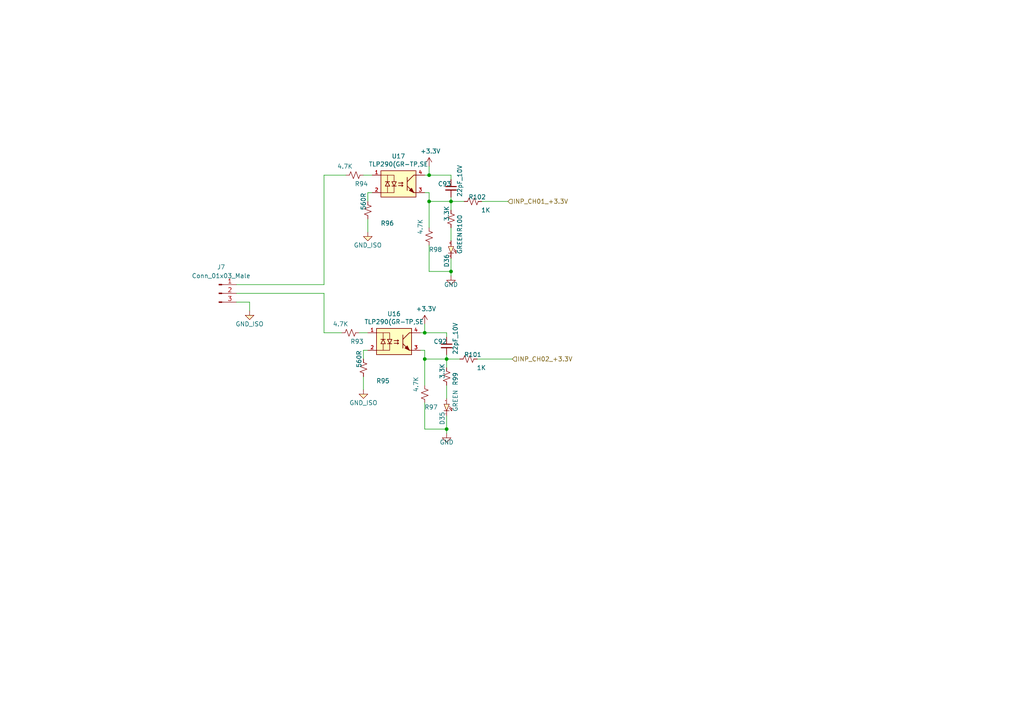
<source format=kicad_sch>
(kicad_sch (version 20231120) (generator "eeschema") (generator_version "8.0")
  (paper "A4")
  (lib_symbols
    (symbol "AKE_Capacitor:Capacitor_UnPolarised" (pin_numbers hide) (pin_names (offset 0.254) hide)
      (property "Reference" "C" (at 0.254 1.778 0))
      (property "Value" "Capacitor_UnPolarised" (at 0.254 -2.032 0))
      (symbol "Capacitor_UnPolarised_0_1"
        (polyline (pts (xy -1.524 -0.508) (xy 1.524 -0.508)) (stroke (width 0.3302)))
        (polyline (pts (xy -1.524 0.508) (xy 1.524 0.508)) (stroke (width 0.3048)))
      )
      (symbol "Capacitor_UnPolarised_1_1"
        (pin passive line (at 0 2.54 270) (length 2.032) (name "~") (number "1"))
        (pin passive line (at 0 -2.54 90) (length 2.032) (name "~") (number "2"))
      )
    )
    (symbol "AKE_Connector_Socket:Conn_01x03_Male" (pin_names (offset 1.016) hide)
      (property "Reference" "J" (at 0 5.08 0))
      (property "Value" "Conn_01x03_Male" (at 0 -5.08 0))
      (symbol "Conn_01x03_Male_1_1"
        (polyline (pts (xy 1.27 -2.54) (xy 0.8636 -2.54)) (stroke (width 0.1524)))
        (polyline (pts (xy 1.27 0) (xy 0.8636 0)) (stroke (width 0.1524)))
        (polyline (pts (xy 1.27 2.54) (xy 0.8636 2.54)) (stroke (width 0.1524)))
        (rectangle (start 0.8636 -2.413) (end 0 -2.667) (stroke (width 0.1524)) (fill (type outline)))
        (rectangle (start 0.8636 0.127) (end 0 -0.127) (stroke (width 0.1524)) (fill (type outline)))
        (rectangle (start 0.8636 2.667) (end 0 2.413) (stroke (width 0.1524)) (fill (type outline)))
        (pin passive line (at 5.08 2.54 180) (length 3.81) (name "Pin_1") (number "1"))
        (pin passive line (at 5.08 0 180) (length 3.81) (name "Pin_2") (number "2"))
        (pin passive line (at 5.08 -2.54 180) (length 3.81) (name "Pin_3") (number "3"))
      )
    )
    (symbol "AKE_Diode:Diode_LED" (pin_names (offset 1.016))
      (property "Reference" "D" (at -3.81 2.54 0))
      (property "Value" "Diode_LED" (at -2.54 5.08 0))
      (symbol "Diode_LED_0_1"
        (polyline (pts (xy 1.27 1.27) (xy 1.524 1.27)) (stroke (width 0.1524)))
        (polyline (pts (xy 1.524 2.032) (xy 1.524 0.508)) (stroke (width 0.1524)))
        (polyline (pts (xy 2.286 0.508) (xy 1.524 -0.254)) (stroke (width 0.1524)))
        (polyline (pts (xy 2.794 0.508) (xy 2.032 -0.254)) (stroke (width 0.1524)))
        (polyline (pts (xy 3.81 1.27) (xy 3.429 1.27)) (stroke (width 0.1524)))
        (polyline (pts (xy 1.524 0) (xy 1.524 -0.254) (xy 1.778 -0.254)) (stroke (width 0.1524)))
        (polyline (pts (xy 2.032 0) (xy 2.032 -0.254) (xy 2.286 -0.254)) (stroke (width 0.1524)))
        (polyline (pts (xy 1.524 1.27) (xy 3.429 2.032) (xy 3.429 0.508) (xy 1.524 1.27)) (stroke (width 0.1524)) (fill (type background)))
      )
      (symbol "Diode_LED_1_1"
        (pin passive line (at 0 1.27 0) (length 1.27) (name "~") (number "1"))
        (pin passive line (at 5.08 1.27 180) (length 1.27) (name "~") (number "2"))
      )
    )
    (symbol "AKE_Opto:TLP290(GR-TP,SE" (pin_names (offset 1.016))
      (property "Reference" "U" (at 3.048 8.636 0))
      (property "Value" "TLP290(GR-TP,SE" (at 7.874 -1.27 0))
      (symbol "TLP290(GR-TP,SE_0_1"
        (polyline (pts (xy 4.445 3.175) (xy 4.445 1.27)))
        (polyline (pts (xy 4.445 4.445) (xy 4.445 6.35)))
        (polyline (pts (xy 5.08 4.445) (xy 3.81 4.445)) (stroke (width 0.2032)))
        (polyline (pts (xy 5.715 3.175) (xy 6.985 3.175)) (stroke (width 0.2032)))
        (polyline (pts (xy 7.62 3.302) (xy 8.89 3.302)) (stroke (width 0.2032)))
        (polyline (pts (xy 7.62 4.064) (xy 8.89 4.064)) (stroke (width 0.2032)))
        (polyline (pts (xy 8.89 3.302) (xy 8.636 3.048)) (stroke (width 0.2032)))
        (polyline (pts (xy 8.89 3.302) (xy 8.636 3.556)) (stroke (width 0.2032)))
        (polyline (pts (xy 8.89 4.064) (xy 8.636 3.81)) (stroke (width 0.2032)))
        (polyline (pts (xy 8.89 4.064) (xy 8.636 4.318)) (stroke (width 0.2032)))
        (polyline (pts (xy 10.16 5.715) (xy 10.16 1.905)) (stroke (width 0.2032)))
        (polyline (pts (xy 2.54 1.27) (xy 6.35 1.27) (xy 6.35 3.175)))
        (polyline (pts (xy 2.54 6.35) (xy 6.35 6.35) (xy 6.35 4.445)))
        (polyline (pts (xy 12.7 1.27) (xy 12.065 1.27) (xy 10.16 3.175)) (stroke (width 0.2032)))
        (polyline (pts (xy 12.7 6.35) (xy 12.065 6.35) (xy 10.16 4.445)) (stroke (width 0.2032)))
        (polyline (pts (xy 5.08 3.175) (xy 4.445 4.445) (xy 3.81 3.175) (xy 5.08 3.175)) (stroke (width 0.2032)))
        (polyline (pts (xy 5.715 4.445) (xy 6.35 3.175) (xy 6.985 4.445) (xy 5.715 4.445)) (stroke (width 0.2032)))
        (polyline (pts (xy 10.795 1.905) (xy 11.43 2.54) (xy 12.065 1.27) (xy 10.795 1.905)) (stroke (width 0.2032)) (fill (type outline)))
        (rectangle (start 2.54 7.62) (end 12.7 0) (stroke (width 0.2032)) (fill (type background)))
      )
      (symbol "TLP290(GR-TP,SE_1_1"
        (pin input line (at 0 6.35 0) (length 2.54) (name "~") (number "1"))
        (pin input line (at 0 1.27 0) (length 2.54) (name "~") (number "2"))
        (pin input line (at 15.24 1.27 180) (length 2.54) (name "~") (number "3"))
        (pin input line (at 15.24 6.35 180) (length 2.54) (name "~") (number "4"))
      )
    )
    (symbol "AKE_Power:+3.3V" (power) (pin_names (offset 0))
      (property "Value" "+3.3V" (at 0 3.556 0))
      (symbol "+3.3V_0_1"
        (polyline (pts (xy -0.762 1.27) (xy 0 2.54)))
        (polyline (pts (xy 0 0) (xy 0 2.54)))
        (polyline (pts (xy 0 2.54) (xy 0.762 1.27)))
      )
      (symbol "+3.3V_1_1"
        (pin power_in line (at 0 0 90) (length 0) hide (name "+3.3V") (number "1"))
      )
    )
    (symbol "AKE_Power:GND" (power) (pin_names (offset 0))
      (property "Value" "GND" (at 0 -3.81 0))
      (symbol "GND_0_1"
        (polyline (pts (xy 0 0) (xy 0 -1.27) (xy 1.27 -1.27) (xy 0 -2.54) (xy -1.27 -1.27) (xy 0 -1.27)))
      )
      (symbol "GND_1_1"
        (pin power_in line (at 0 0 270) (length 0) hide (name "GND") (number "1"))
      )
    )
    (symbol "AKE_Power:GND_ISO" (power) (pin_names (offset 0))
      (property "Value" "GND_ISO" (at 0 -3.81 0))
      (symbol "GND_ISO_0_1"
        (polyline (pts (xy 0 0) (xy 0 -1.27) (xy 1.27 -1.27) (xy 0 -2.54) (xy -1.27 -1.27) (xy 0 -1.27)) (fill (type background)))
      )
      (symbol "GND_ISO_1_1"
        (pin power_in line (at 0 0 270) (length 0) hide (name "GND_ISO") (number "1"))
      )
    )
    (symbol "AKE_Resistor:Resistor_US" (pin_numbers hide) (pin_names (offset 0.254) hide)
      (property "Reference" "R" (at 0.762 0.508 0))
      (property "Value" "Resistor_US" (at 0.762 -1.016 0))
      (symbol "Resistor_US_1_1"
        (polyline (pts (xy 0 0) (xy 1.016 -0.381) (xy 0 -0.762) (xy -1.016 -1.143) (xy 0 -1.524)))
        (polyline (pts (xy 0 1.524) (xy 1.016 1.143) (xy 0 0.762) (xy -1.016 0.381) (xy 0 0)))
        (pin passive line (at 0 2.54 270) (length 1.016) (name "~") (number "1"))
        (pin passive line (at 0 -2.54 90) (length 1.016) (name "~") (number "2"))
      )
    )
  )
  (junction (at 124.46 50.8))
  (junction (at 129.54 104.14))
  (junction (at 124.46 58.42))
  (junction (at 123.19 96.52))
  (junction (at 130.81 58.42))
  (junction (at 129.54 124.46))
  (junction (at 130.81 78.74))
  (junction (at 123.19 104.14))
  (wire (pts (xy 72.39 87.63) (xy 72.39 90.17)))
  (wire (pts (xy 130.81 78.74) (xy 130.81 74.93)))
  (wire (pts (xy 68.58 82.55) (xy 93.98 82.55)))
  (wire (pts (xy 124.46 50.8) (xy 130.81 50.8)))
  (wire (pts (xy 129.54 125.73) (xy 129.54 124.46)))
  (wire (pts (xy 68.58 85.09) (xy 93.98 85.09)))
  (wire (pts (xy 93.98 96.52) (xy 99.06 96.52)))
  (wire (pts (xy 124.46 78.74) (xy 130.81 78.74)))
  (wire (pts (xy 123.19 93.98) (xy 123.19 96.52)))
  (wire (pts (xy 139.7 58.42) (xy 147.32 58.42)))
  (wire (pts (xy 130.81 58.42) (xy 134.62 58.42)))
  (wire (pts (xy 138.43 104.14) (xy 148.59 104.14)))
  (wire (pts (xy 129.54 124.46) (xy 129.54 120.65)))
  (wire (pts (xy 68.58 87.63) (xy 72.39 87.63)))
  (wire (pts (xy 124.46 71.12) (xy 124.46 78.74)))
  (wire (pts (xy 106.68 96.52) (xy 104.14 96.52)))
  (wire (pts (xy 123.19 96.52) (xy 129.54 96.52)))
  (wire (pts (xy 124.46 55.88) (xy 124.46 58.42)))
  (wire (pts (xy 123.19 116.84) (xy 123.19 124.46)))
  (wire (pts (xy 123.19 124.46) (xy 129.54 124.46)))
  (wire (pts (xy 129.54 104.14) (xy 129.54 102.87)))
  (wire (pts (xy 123.19 101.6) (xy 123.19 104.14)))
  (wire (pts (xy 124.46 58.42) (xy 130.81 58.42)))
  (wire (pts (xy 121.92 101.6) (xy 123.19 101.6)))
  (wire (pts (xy 106.68 63.5) (xy 106.68 67.31)))
  (wire (pts (xy 124.46 58.42) (xy 124.46 66.04)))
  (wire (pts (xy 105.41 104.14) (xy 105.41 101.6)))
  (wire (pts (xy 130.81 60.96) (xy 130.81 58.42)))
  (wire (pts (xy 107.95 50.8) (xy 105.41 50.8)))
  (wire (pts (xy 129.54 115.57) (xy 129.54 111.76)))
  (wire (pts (xy 130.81 69.85) (xy 130.81 66.04)))
  (wire (pts (xy 130.81 80.01) (xy 130.81 78.74)))
  (wire (pts (xy 129.54 106.68) (xy 129.54 104.14)))
  (wire (pts (xy 93.98 85.09) (xy 93.98 96.52)))
  (wire (pts (xy 93.98 50.8) (xy 93.98 82.55)))
  (wire (pts (xy 124.46 48.26) (xy 124.46 50.8)))
  (wire (pts (xy 124.46 50.8) (xy 123.19 50.8)))
  (wire (pts (xy 123.19 104.14) (xy 123.19 111.76)))
  (wire (pts (xy 123.19 96.52) (xy 121.92 96.52)))
  (wire (pts (xy 93.98 50.8) (xy 100.33 50.8)))
  (wire (pts (xy 129.54 104.14) (xy 133.35 104.14)))
  (wire (pts (xy 106.68 58.42) (xy 106.68 55.88)))
  (wire (pts (xy 130.81 58.42) (xy 130.81 57.15)))
  (wire (pts (xy 123.19 55.88) (xy 124.46 55.88)))
  (wire (pts (xy 129.54 96.52) (xy 129.54 97.79)))
  (wire (pts (xy 130.81 50.8) (xy 130.81 52.07)))
  (wire (pts (xy 106.68 55.88) (xy 107.95 55.88)))
  (wire (pts (xy 123.19 104.14) (xy 129.54 104.14)))
  (wire (pts (xy 105.41 109.22) (xy 105.41 113.03)))
  (wire (pts (xy 105.41 101.6) (xy 106.68 101.6)))
  (hierarchical_label "INP_CH01_+3.3V" (shape input) (at 147.32 58.42 0))
  (hierarchical_label "INP_CH02_+3.3V" (shape input) (at 148.59 104.14 0))
  (symbol (lib_id "AKE_Capacitor:Capacitor_UnPolarised") (at 130.81 54.61 0) (unit 1)
    (property "Reference" "C93" (at 127 53.34 0) (effects (justify left)))
    (property "Value" "22pF_10V" (at 133.35 57.15 90) (effects (justify left)))
    (property "Footprint" "AKE_Capacitor_SMD:CAP_0603" (effects (hide yes)))
    (property "MFG P/N" "*" (effects (hide yes)))
  )
  (symbol (lib_id "AKE_Power:GND_ISO") (at 106.68 67.31 0) (unit 1)
    (property "Reference" "#PWR0141" (effects (hide yes)))
    (property "Value" "GND_ISO" (at 106.68 71.12 0))
  )
  (symbol (lib_id "AKE_Resistor:Resistor_US") (at 123.19 114.3 180) (unit 1)
    (property "Reference" "R97" (at 127 118.11 0) (effects (justify left)))
    (property "Value" "4.7K" (at 120.65 109.22 90) (effects (justify left)))
    (property "Footprint" "AKE_Resistor_SMD:RES_0603" (effects (hide yes)))
    (property "MFG P/N" "*" (effects (hide yes)))
  )
  (symbol (lib_id "AKE_Connector_Socket:Conn_01x03_Male") (at 63.5 85.09 0) (unit 1)
    (property "Reference" "J7" (at 64.135 77.47 0))
    (property "Value" "Conn_01x03_Male" (at 64.135 80.01 0))
    (property "Footprint" "AKE_Connector_Socket_TH:PhoenixContact_MC_1,5_3-G-3.81_1x03_P3.81mm_Horizontal" (effects (hide yes)))
    (property "Description" "Generic connector, single row, 01x03, script generated (kicad-library-utils/schlib/autogen/connector/)" (effects (hide yes)))
  )
  (symbol (lib_id "AKE_Power:GND_ISO") (at 105.41 113.03 0) (unit 1)
    (property "Reference" "#PWR0140" (effects (hide yes)))
    (property "Value" "GND_ISO" (at 105.41 116.84 0))
  )
  (symbol (lib_id "AKE_Power:GND") (at 130.81 80.01 0) (unit 1)
    (property "Reference" "#PWR0145" (effects (hide yes)))
    (property "Value" "GND" (at 130.81 82.55 0))
  )
  (symbol (lib_id "AKE_Diode:Diode_LED") (at 130.81 120.65 90) (unit 1)
    (property "Reference" "D35" (at 128.27 119.38 0) (effects (justify right)))
    (property "Value" "GREEN" (at 132.08 113.03 0) (effects (justify right)))
    (property "Footprint" "AKE_Led_SMD:LED_0805" (effects (hide yes)))
    (property "MFG P/N" "*" (effects (hide yes)))
  )
  (symbol (lib_id "AKE_Diode:Diode_LED") (at 132.08 74.93 90) (unit 1)
    (property "Reference" "D36" (at 129.54 73.66 0) (effects (justify right)))
    (property "Value" "GREEN" (at 133.35 67.31 0) (effects (justify right)))
    (property "Footprint" "AKE_Led_SMD:LED_0805" (effects (hide yes)))
    (property "MFG P/N" "*" (effects (hide yes)))
  )
  (symbol (lib_id "AKE_Resistor:Resistor_US") (at 137.16 58.42 90) (unit 1)
    (property "Reference" "R102" (at 140.97 57.15 90) (effects (justify left)))
    (property "Value" "1K" (at 142.24 60.96 90) (effects (justify left)))
    (property "Footprint" "AKE_Resistor_SMD:RES_0603" (effects (hide yes)))
    (property "MFG P/N" "*" (effects (hide yes)))
  )
  (symbol (lib_id "AKE_Resistor:Resistor_US") (at 135.89 104.14 90) (unit 1)
    (property "Reference" "R101" (at 139.7 102.87 90) (effects (justify left)))
    (property "Value" "1K" (at 140.97 106.68 90) (effects (justify left)))
    (property "Footprint" "AKE_Resistor_SMD:RES_0603" (effects (hide yes)))
    (property "MFG P/N" "*" (effects (hide yes)))
  )
  (symbol (lib_id "AKE_Resistor:Resistor_US") (at 101.6 96.52 270) (unit 1)
    (property "Reference" "R93" (at 101.6 99.06 90) (effects (justify left)))
    (property "Value" "4.7K" (at 96.52 93.98 90) (effects (justify left)))
    (property "Footprint" "AKE_Resistor_SMD:RES_0603" (effects (hide yes)))
    (property "MFG P/N" "*" (effects (hide yes)))
  )
  (symbol (lib_id "AKE_Resistor:Resistor_US") (at 106.68 60.96 180) (unit 1)
    (property "Reference" "R96" (at 114.3 64.77 0) (effects (justify left)))
    (property "Value" "560R" (at 105.41 55.88 90) (effects (justify left)))
    (property "Footprint" "AKE_Resistor_SMD:RES_0603" (effects (hide yes)))
    (property "MFG P/N" "*" (effects (hide yes)))
  )
  (symbol (lib_id "AKE_Resistor:Resistor_US") (at 105.41 106.68 180) (unit 1)
    (property "Reference" "R95" (at 113.03 110.49 0) (effects (justify left)))
    (property "Value" "560R" (at 104.14 101.6 90) (effects (justify left)))
    (property "Footprint" "AKE_Resistor_SMD:RES_0603" (effects (hide yes)))
    (property "MFG P/N" "*" (effects (hide yes)))
  )
  (symbol (lib_id "AKE_Power:GND_ISO") (at 72.39 90.17 0) (unit 1)
    (property "Reference" "#PWR0139" (effects (hide yes)))
    (property "Value" "GND_ISO" (at 72.39 93.98 0))
  )
  (symbol (lib_id "AKE_Capacitor:Capacitor_UnPolarised") (at 129.54 100.33 0) (unit 1)
    (property "Reference" "C92" (at 125.73 99.06 0) (effects (justify left)))
    (property "Value" "22pF_10V" (at 132.08 102.87 90) (effects (justify left)))
    (property "Footprint" "AKE_Capacitor_SMD:CAP_0603" (effects (hide yes)))
    (property "MFG P/N" "*" (effects (hide yes)))
  )
  (symbol (lib_id "AKE_Resistor:Resistor_US") (at 102.87 50.8 270) (unit 1)
    (property "Reference" "R94" (at 102.87 53.34 90) (effects (justify left)))
    (property "Value" "4.7K" (at 97.79 48.26 90) (effects (justify left)))
    (property "Footprint" "AKE_Resistor_SMD:RES_0603" (effects (hide yes)))
    (property "MFG P/N" "*" (effects (hide yes)))
  )
  (symbol (lib_id "AKE_Resistor:Resistor_US") (at 130.81 63.5 180) (unit 1)
    (property "Reference" "R100" (at 133.35 62.23 90) (effects (justify left)))
    (property "Value" "3.3K" (at 129.54 59.69 90) (effects (justify left)))
    (property "Footprint" "AKE_Resistor_SMD:RES_0603" (effects (hide yes)))
    (property "MFG P/N" "*" (effects (hide yes)))
  )
  (symbol (lib_id "AKE_Opto:TLP290(GR-TP,SE") (at 106.68 102.87 0) (unit 1)
    (property "Reference" "U16" (at 114.3 91.0336 0))
    (property "Value" "TLP290(GR-TP,SE" (at 114.3 93.345 0))
    (property "Footprint" "AKE_Opto_SMD:SO-4_4.4x2.3mm_P1.27mm" (effects (hide yes)))
    (property "Datasheet" "https://www.mouser.com.tr/datasheet/2/408/TLP290_SE_datasheet_en_20190520-1760539.pdf" (effects (hide yes)))
    (property "MFG P/N" "TLP290(GR-TP,SE" (effects (hide yes)))
  )
  (symbol (lib_id "AKE_Power:GND") (at 129.54 125.73 0) (unit 1)
    (property "Reference" "#PWR0144" (effects (hide yes)))
    (property "Value" "GND" (at 129.54 128.27 0))
  )
  (symbol (lib_id "AKE_Resistor:Resistor_US") (at 129.54 109.22 180) (unit 1)
    (property "Reference" "R99" (at 132.08 107.95 90) (effects (justify left)))
    (property "Value" "3.3K" (at 128.27 105.41 90) (effects (justify left)))
    (property "Footprint" "AKE_Resistor_SMD:RES_0603" (effects (hide yes)))
    (property "MFG P/N" "*" (effects (hide yes)))
  )
  (symbol (lib_id "AKE_Power:+3.3V") (at 123.19 93.98 0) (unit 1)
    (property "Reference" "#PWR0142" (effects (hide yes)))
    (property "Value" "+3.3V" (at 123.571 89.5858 0))
  )
  (symbol (lib_id "AKE_Opto:TLP290(GR-TP,SE") (at 107.95 57.15 0) (unit 1)
    (property "Reference" "U17" (at 115.57 45.3136 0))
    (property "Value" "TLP290(GR-TP,SE" (at 115.57 47.625 0))
    (property "Footprint" "AKE_Opto_SMD:SO-4_4.4x2.3mm_P1.27mm" (effects (hide yes)))
    (property "Datasheet" "https://www.mouser.com.tr/datasheet/2/408/TLP290_SE_datasheet_en_20190520-1760539.pdf" (effects (hide yes)))
    (property "MFG P/N" "TLP290(GR-TP,SE" (effects (hide yes)))
  )
  (symbol (lib_id "AKE_Power:+3.3V") (at 124.46 48.26 0) (unit 1)
    (property "Reference" "#PWR0143" (effects (hide yes)))
    (property "Value" "+3.3V" (at 124.841 43.8658 0))
  )
  (symbol (lib_id "AKE_Resistor:Resistor_US") (at 124.46 68.58 180) (unit 1)
    (property "Reference" "R98" (at 128.27 72.39 0) (effects (justify left)))
    (property "Value" "4.7K" (at 121.92 63.5 90) (effects (justify left)))
    (property "Footprint" "AKE_Resistor_SMD:RES_0603" (effects (hide yes)))
    (property "MFG P/N" "*" (effects (hide yes)))
  )
)
</source>
